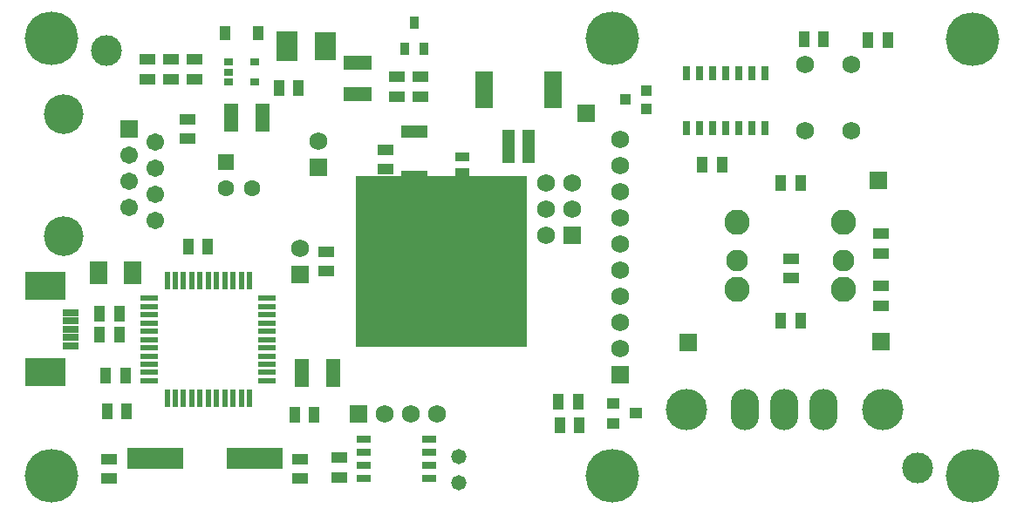
<source format=gts>
G04 (created by PCBNEW (2013-04-19 BZR 4011)-stable) date 05/09/2013 13:16:47*
%MOIN*%
G04 Gerber Fmt 3.4, Leading zero omitted, Abs format*
%FSLAX34Y34*%
G01*
G70*
G90*
G04 APERTURE LIST*
%ADD10C,0*%
%ADD11R,0.0788661X0.106425*%
%ADD12R,0.0788661X0.114299*%
%ADD13R,0.024X0.068*%
%ADD14R,0.068X0.024*%
%ADD15R,0.058X0.108*%
%ADD16R,0.108X0.058*%
%ADD17R,0.068X0.088*%
%ADD18R,0.063X0.043*%
%ADD19R,0.043X0.063*%
%ADD20R,0.0186X0.0474*%
%ADD21R,0.1576X0.1064*%
%ADD22R,0.0631X0.0277*%
%ADD23R,0.0438X0.056*%
%ADD24R,0.038X0.028*%
%ADD25C,0.068*%
%ADD26R,0.068X0.068*%
%ADD27R,0.053X0.028*%
%ADD28R,0.053X0.033*%
%ADD29C,0.20485*%
%ADD30C,0.097*%
%ADD31C,0.0832*%
%ADD32C,0.11811*%
%ADD33R,0.218X0.084*%
%ADD34O,0.108X0.158*%
%ADD35C,0.158*%
%ADD36C,0.1517*%
%ADD37R,0.0671X0.0671*%
%ADD38C,0.0671*%
%ADD39R,0.0473701X0.12611*%
%ADD40R,0.0670551X0.141858*%
%ADD41C,0.069*%
%ADD42R,0.0474X0.0395*%
%ADD43R,0.028X0.053*%
%ADD44R,0.044X0.044*%
%ADD45C,0.058*%
%ADD46R,0.0356X0.0474*%
%ADD47R,0.656X0.656*%
%ADD48C,0.133*%
%ADD49R,0.063X0.063*%
%ADD50C,0.063*%
G04 APERTURE END LIST*
G54D10*
G54D11*
X30588Y-15358D03*
G54D12*
X29092Y-15358D03*
G54D13*
X26100Y-24329D03*
X25785Y-24329D03*
X25470Y-24329D03*
X25155Y-24329D03*
X24840Y-24329D03*
X24525Y-24329D03*
X26415Y-24329D03*
X26730Y-24329D03*
X27045Y-24329D03*
X27360Y-24329D03*
X27675Y-24329D03*
X26100Y-28829D03*
X25785Y-28829D03*
X25470Y-28829D03*
X25155Y-28829D03*
X24840Y-28829D03*
X24525Y-28829D03*
X26415Y-28829D03*
X26730Y-28829D03*
X27045Y-28829D03*
X27360Y-28829D03*
X27675Y-28829D03*
G54D14*
X23850Y-26579D03*
X28350Y-26579D03*
X23850Y-26894D03*
X28350Y-26894D03*
X28350Y-27209D03*
X23850Y-27209D03*
X23850Y-27524D03*
X28350Y-27524D03*
X28350Y-27839D03*
X23850Y-27839D03*
X23850Y-28154D03*
X28350Y-28154D03*
X28350Y-26264D03*
X23850Y-26264D03*
X23850Y-25949D03*
X28350Y-25949D03*
X28350Y-25634D03*
X23850Y-25634D03*
X23850Y-25319D03*
X28350Y-25319D03*
X28350Y-25004D03*
X23850Y-25004D03*
G54D15*
X29680Y-27840D03*
X30880Y-27840D03*
G54D16*
X31800Y-16000D03*
X31800Y-17200D03*
G54D15*
X28179Y-18092D03*
X26979Y-18092D03*
G54D17*
X23207Y-24020D03*
X21907Y-24020D03*
G54D18*
X23779Y-16617D03*
X23779Y-15867D03*
G54D19*
X22239Y-29330D03*
X22989Y-29330D03*
X26082Y-23036D03*
X25332Y-23036D03*
X22704Y-25592D03*
X21954Y-25592D03*
X22704Y-26392D03*
X21954Y-26392D03*
X22932Y-27957D03*
X22182Y-27957D03*
G54D18*
X25579Y-16617D03*
X25579Y-15867D03*
X24679Y-16617D03*
X24679Y-15867D03*
G54D19*
X29554Y-16942D03*
X28804Y-16942D03*
G54D20*
X34374Y-18617D03*
X34174Y-18617D03*
X33974Y-18617D03*
X33774Y-18617D03*
X33574Y-18617D03*
X33574Y-20367D03*
X33774Y-20367D03*
X33974Y-20367D03*
X34174Y-20367D03*
X34374Y-20367D03*
G54D21*
X19880Y-27839D03*
X19880Y-24531D03*
G54D22*
X20825Y-26815D03*
X20825Y-26500D03*
X20825Y-25555D03*
X20825Y-25870D03*
X20825Y-26185D03*
G54D23*
X28023Y-14842D03*
X26735Y-14842D03*
G54D24*
X26879Y-15967D03*
X26879Y-16717D03*
X27879Y-15967D03*
X26879Y-16342D03*
X27879Y-16717D03*
G54D25*
X41830Y-18925D03*
X41830Y-19925D03*
X41830Y-22925D03*
X41830Y-23925D03*
G54D26*
X41830Y-27925D03*
G54D25*
X41830Y-26925D03*
X41830Y-25925D03*
X41830Y-24925D03*
X41830Y-21925D03*
X41830Y-20925D03*
G54D18*
X34200Y-17275D03*
X34200Y-16525D03*
X33300Y-17275D03*
X33300Y-16525D03*
G54D26*
X29599Y-24102D03*
G54D25*
X29599Y-23102D03*
G54D18*
X30619Y-23207D03*
X30619Y-23957D03*
G54D27*
X32040Y-31890D03*
X32040Y-31390D03*
X32040Y-30890D03*
X32040Y-30390D03*
X34540Y-30390D03*
X34540Y-30890D03*
X34540Y-31390D03*
X34540Y-31890D03*
G54D18*
X31100Y-31105D03*
X31100Y-31855D03*
G54D19*
X30154Y-29442D03*
X29404Y-29442D03*
G54D18*
X32879Y-20067D03*
X32879Y-19317D03*
G54D28*
X35800Y-20200D03*
X35800Y-19600D03*
G54D18*
X25314Y-18155D03*
X25314Y-18905D03*
G54D29*
X20096Y-15063D03*
X41535Y-15063D03*
X20096Y-31795D03*
X41535Y-31795D03*
G54D18*
X51800Y-22525D03*
X51800Y-23275D03*
G54D19*
X48739Y-20600D03*
X47989Y-20600D03*
G54D18*
X48364Y-24225D03*
X48364Y-23475D03*
G54D19*
X47989Y-25850D03*
X48739Y-25850D03*
G54D18*
X51800Y-25275D03*
X51800Y-24525D03*
G54D30*
X50364Y-22100D03*
G54D31*
X50364Y-23557D03*
G54D30*
X50364Y-24659D03*
X46309Y-24659D03*
G54D31*
X46309Y-23557D03*
G54D30*
X46309Y-22100D03*
G54D29*
X55314Y-15080D03*
X55314Y-31780D03*
G54D32*
X53214Y-31480D03*
X22214Y-15530D03*
G54D18*
X29594Y-31895D03*
X29594Y-31145D03*
X22304Y-31895D03*
X22304Y-31145D03*
G54D33*
X24064Y-31130D03*
X27864Y-31130D03*
G54D34*
X46610Y-29271D03*
X48110Y-29271D03*
X49610Y-29271D03*
G54D35*
X44360Y-29271D03*
X51860Y-29271D03*
G54D36*
X20588Y-22618D03*
X20588Y-17945D03*
G54D37*
X23088Y-18530D03*
G54D38*
X24088Y-19030D03*
X23088Y-19530D03*
X24088Y-20030D03*
X23088Y-20530D03*
X24088Y-21030D03*
X23088Y-21530D03*
X24088Y-22030D03*
G54D39*
X37566Y-19201D03*
X38353Y-19201D03*
G54D40*
X36641Y-17035D03*
X39278Y-17035D03*
G54D41*
X50689Y-16042D03*
X48917Y-16042D03*
X50689Y-18602D03*
X48917Y-18602D03*
G54D42*
X42452Y-29405D03*
X41586Y-29780D03*
X41586Y-29030D03*
G54D43*
X44385Y-18481D03*
X44885Y-18481D03*
X45385Y-18481D03*
X45885Y-18481D03*
X46385Y-18481D03*
X46885Y-18481D03*
X47385Y-18481D03*
X47385Y-16381D03*
X46885Y-16381D03*
X46385Y-16381D03*
X45885Y-16381D03*
X45385Y-16381D03*
X44885Y-16381D03*
X44385Y-16381D03*
G54D19*
X48857Y-15098D03*
X49607Y-15098D03*
X51317Y-15137D03*
X52067Y-15137D03*
X44979Y-19901D03*
X45729Y-19901D03*
X40275Y-29850D03*
X39525Y-29850D03*
G54D44*
X42850Y-17050D03*
X42850Y-17750D03*
X42050Y-17400D03*
G54D26*
X30314Y-19988D03*
G54D25*
X30314Y-18988D03*
G54D26*
X40551Y-17913D03*
G54D19*
X40225Y-28950D03*
X39475Y-28950D03*
G54D45*
X35670Y-32060D03*
X35670Y-31060D03*
G54D26*
X44450Y-26700D03*
X51800Y-26650D03*
X51700Y-20500D03*
G54D46*
X33974Y-14465D03*
X34349Y-15465D03*
X33599Y-15465D03*
G54D26*
X40000Y-22600D03*
G54D25*
X39000Y-22600D03*
X40000Y-21600D03*
X39000Y-21600D03*
X40000Y-20600D03*
X39000Y-20600D03*
G54D26*
X31840Y-29420D03*
G54D25*
X32840Y-29420D03*
X33840Y-29420D03*
X34840Y-29420D03*
G54D47*
X35000Y-23580D03*
G54D48*
X32400Y-23580D03*
X37600Y-23580D03*
G54D49*
X26781Y-19780D03*
G54D50*
X26781Y-20780D03*
X27781Y-20780D03*
M02*

</source>
